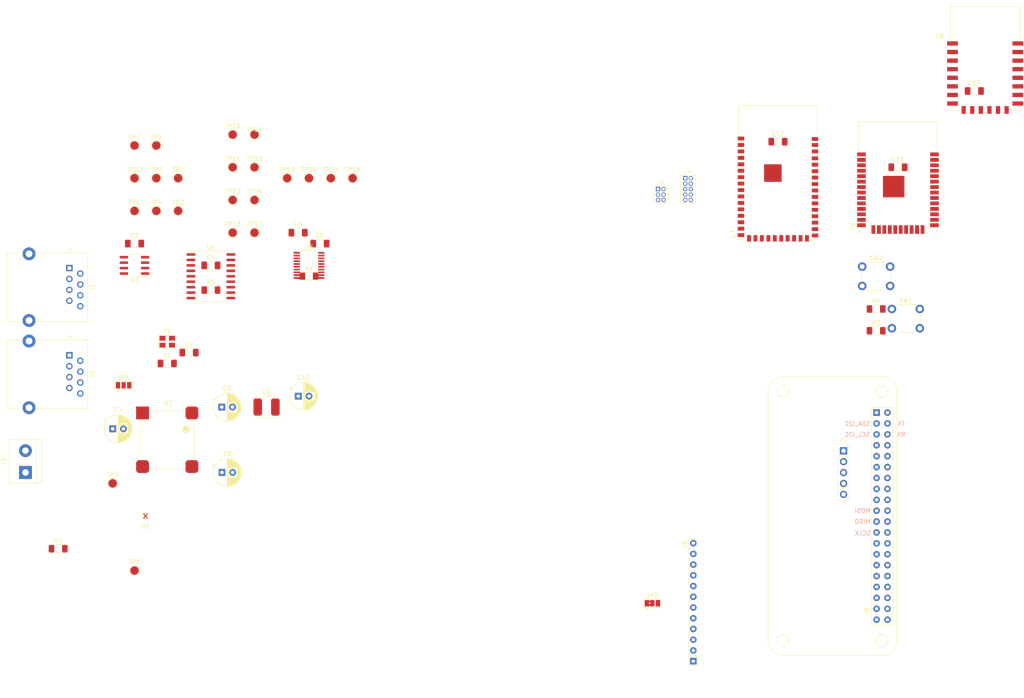
<source format=kicad_pcb>
(kicad_pcb (version 20211014) (generator pcbnew)
  (layers (0 "F.Cu" signal) (31 "B.Cu" signal) (34 "B.Paste" user) (35 "F.Paste" user) (36 "B.SilkS" user "B.Silkscreen") (37 "F.SilkS" user "F.Silkscreen") (38 "B.Mask" user) (39 "F.Mask" user) (44 "Edge.Cuts" user))
  (net 0 "")
  (net 1 "GND")
  (net 2 "Net-(C1-Pad2)")
  (net 3 "Net-(C2-Pad1)")
  (net 4 "+5V")
  (net 5 "+3V3")
  (net 6 "Net-(C7-Pad1)")
  (net 7 "Net-(C9-Pad1)")
  (net 8 "/12v_ACC")
  (net 9 "/12v_BAT")
  (net 10 "/CAN_L")
  (net 11 "/CAN_H")
  (net 12 "/12V_IN")
  (net 13 "/ESP_JTAG_VCC")
  (net 14 "/ESP_JTAG_TMS_G14")
  (net 15 "/ESP_JTAG_GND")
  (net 16 "/ESP_JTAG_TCK_G13")
  (net 17 "/ESP_JTAG_TDO_G15")
  (net 18 "/ESP_JTAG_TDI_G12")
  (net 20 "/ESP_PROG_EN")
  (net 21 "/ESP_PROG_VDD")
  (net 22 "/ESP_PROG_TXD")
  (net 23 "/ESP_PROG_GND")
  (net 24 "/ESP_PROG_RXD")
  (net 25 "/ESP_FLASH_BTN")
  (net 26 "/SIM7000_PWR_EN")
  (net 27 "/SIM7000_POWER")
  (net 28 "/SIM7000_GNS_PWR_EN")
  (net 29 "/SIM7000_RXD")
  (net 30 "/SIM7000_V_MCU")
  (net 31 "/SIM7000_TXD")
  (net 32 "/SIM7000_DTR")
  (net 33 "/SIM7000_ADC")
  (net 34 "/SIM7000_RESET")
  (net 35 "Net-(R1-Pad2)")
  (net 36 "Net-(R2-Pad2)")
  (net 37 "Net-(R5-Pad2)")
  (net 38 "Net-(TP1-Pad1)")
  (net 39 "Net-(TP2-Pad1)")
  (net 40 "Net-(TP3-Pad1)")
  (net 41 "Net-(TP4-Pad1)")
  (net 42 "Net-(TP5-Pad1)")
  (net 43 "Net-(TP6-Pad1)")
  (net 44 "Net-(TP9-Pad1)")
  (net 45 "Net-(TP10-Pad1)")
  (net 46 "Net-(TP11-Pad1)")
  (net 47 "Net-(TP12-Pad1)")
  (net 48 "Net-(TP13-Pad1)")
  (net 49 "Net-(TP14-Pad1)")
  (net 50 "Net-(TP15-Pad1)")
  (net 51 "Net-(TP16-Pad1)")
  (net 52 "Net-(TP17-Pad1)")
  (net 53 "/CAN_SPI_MOSI")
  (net 54 "/CAN_SPI_MISO")
  (net 55 "/CAN_SPI_CS")
  (net 56 "/CAN_SPI_SCK")
  (net 57 "Net-(TP22-Pad1)")
  (net 58 "Net-(U3-Pad1)")
  (net 59 "Net-(U3-Pad4)")
  (net 62 "/CAN_SPI_SCK_3v3")
  (net 63 "/CAN_SPI_CS_3v3")
  (net 64 "/CAN_SPI_MISO_3v3")
  (net 65 "/CAN_SPI_MOSI_3v3")
  (net 110 "Net-(J7-Pad1)")
  (net 111 "Net-(J7-Pad2)")
  (net 112 "Net-(J7-Pad3)")
  (net 113 "Net-(J7-Pad4)")
  (net 114 "Net-(J7-Pad5)")
  (footprint "Button_Switch_THT:SW_PUSH_6mm" (layer "F.Cu") (at 258.37 56.17)
    (fp_text reference "SW2" (at 3.25 -2) (layer "F.SilkS"))
    (fp_text value "ESP_FLASH_BTN")
    (pad "1" thru_hole circle (at 0 0 90) (size 2 2) (drill 1.1) (layers *.Cu *.Mask) (net 1 "GND"))
    (pad "1" thru_hole circle (at 6.5 0 90) (size 2 2) (drill 1.1) (layers *.Cu *.Mask) (net 1 "GND"))
    (pad "2" thru_hole circle (at 6.5 4.5 90) (size 2 2) (drill 1.1) (layers *.Cu *.Mask) (net 25 "/ESP_FLASH_BTN"))
    (pad "2" thru_hole circle (at 0 4.5 90) (size 2 2) (drill 1.1) (layers *.Cu *.Mask) (net 25 "/ESP_FLASH_BTN"))
  )
  (footprint "Connector_RJ:RJ45_Ninigi_GE" (layer "F.Cu") (at 73.735 56.515 -90)
    (fp_text reference "J1" (at 4.445 -5.34 90) (layer "F.SilkS"))
    (fp_text value "RJ45_Shielded")
    (pad "" np_thru_hole circle (at -1.27 6.35 270) (size 3.25 3.25) (drill 3.25) (layers *.Cu *.Mask))
    (pad "" np_thru_hole circle (at 10.16 6.35 90) (size 3.25 3.25) (drill 3.25) (layers *.Cu *.Mask))
    (pad "1" thru_hole rect (at 0 0 90) (size 1.5 1.5) (drill 0.9) (layers *.Cu *.Mask) (net 8 "/12v_ACC"))
    (pad "2" thru_hole circle (at 1.27 -2.54 90) (size 1.5 1.5) (drill 0.9) (layers *.Cu *.Mask) (net 9 "/12v_BAT"))
    (pad "3" thru_hole circle (at 2.54 0 90) (size 1.5 1.5) (drill 0.9) (layers *.Cu *.Mask) (net 1 "GND"))
    (pad "4" thru_hole circle (at 3.81 -2.54 90) (size 1.5 1.5) (drill 0.9) (layers *.Cu *.Mask) (net 10 "/CAN_L"))
    (pad "5" thru_hole circle (at 5.08 0 90) (size 1.5 1.5) (drill 0.9) (layers *.Cu *.Mask) (net 11 "/CAN_H"))
    (pad "6" thru_hole circle (at 6.35 -2.54 90) (size 1.5 1.5) (drill 0.9) (layers *.Cu *.Mask) (net 1 "GND"))
    (pad "7" thru_hole circle (at 7.62 0 90) (size 1.5 1.5) (drill 0.9) (layers *.Cu *.Mask) (net 9 "/12v_BAT"))
    (pad "8" thru_hole circle (at 8.89 -2.54 90) (size 1.5 1.5) (drill 0.9) (layers *.Cu *.Mask) (net 8 "/12v_ACC"))
    (pad "SH" thru_hole circle (at 12.215 9.4 90) (size 3 3) (drill 1.6) (layers *.Cu *.Mask) (net 1 "GND"))
    (pad "SH" thru_hole circle (at -3.325 9.4 270) (size 3 3) (drill 1.6) (layers *.Cu *.Mask) (net 1 "GND"))
  )
  (footprint "Capacitor_THT:CP_Radial_D6.3mm_P2.50mm" (layer "F.Cu") (at 109.22 88.9)
    (fp_text reference "C9" (at 1.25 -4.4) (layer "F.SilkS"))
    (fp_text value "22uF 12v")
    (pad "1" thru_hole rect (at 0 0) (size 1.6 1.6) (drill 0.8) (layers *.Cu *.Mask) (net 7 "Net-(C9-Pad1)"))
    (pad "2" thru_hole circle (at 2.5 0) (size 1.6 1.6) (drill 0.8) (layers *.Cu *.Mask) (net 1 "GND"))
  )
  (footprint "TestPoint:TestPoint_Pad_D2.0mm" (layer "F.Cu") (at 111.76 40.64)
    (fp_text reference "TP12" (at 0 -1.998) (layer "F.SilkS"))
    (fp_text value "5v_C")
    (pad "1" smd circle (at 0 0) (size 2 2) (layers "F.Cu" "F.Mask") (net 47 "Net-(TP12-Pad1)"))
  )
  (footprint "TestPoint:TestPoint_Pad_D2.0mm" (layer "F.Cu") (at 129.54 35.56)
    (fp_text reference "TP20" (at 0 -1.998) (layer "F.SilkS"))
    (fp_text value "CS")
    (pad "1" smd circle (at 0 0) (size 2 2) (layers "F.Cu" "F.Mask") (net 55 "/CAN_SPI_CS"))
  )
  (footprint "Package_SO:TSSOP-20_4.4x6.5mm_P0.65mm" (layer "F.Cu") (at 129.54 55.88)
    (fp_text reference "U5" (at 0 -4.2) (layer "F.SilkS"))
    (fp_text value "TXS0108EPW")
    (pad "1" smd roundrect (at -2.8625 -2.925) (size 1.475 0.4) (layers "F.Cu" "F.Paste" "F.Mask") (net 45 "Net-(TP10-Pad1)"))
    (pad "2" smd roundrect (at -2.8625 -2.275) (size 1.475 0.4) (layers "F.Cu" "F.Paste" "F.Mask") (net 5 "+3V3"))
    (pad "3" smd roundrect (at -2.8625 -1.625) (size 1.475 0.4) (layers "F.Cu" "F.Paste" "F.Mask") (net 46 "Net-(TP11-Pad1)"))
    (pad "4" smd roundrect (at -2.8625 -0.975) (size 1.475 0.4) (layers "F.Cu" "F.Paste" "F.Mask") (net 47 "Net-(TP12-Pad1)"))
    (pad "5" smd roundrect (at -2.8625 -0.325) (size 1.475 0.4) (layers "F.Cu" "F.Paste" "F.Mask") (net 48 "Net-(TP13-Pad1)"))
    (pad "6" smd roundrect (at -2.8625 0.325) (size 1.475 0.4) (layers "F.Cu" "F.Paste" "F.Mask") (net 53 "/CAN_SPI_MOSI"))
    (pad "7" smd roundrect (at -2.8625 0.975) (size 1.475 0.4) (layers "F.Cu" "F.Paste" "F.Mask") (net 54 "/CAN_SPI_MISO"))
    (pad "8" smd roundrect (at -2.8625 1.625) (size 1.475 0.4) (layers "F.Cu" "F.Paste" "F.Mask") (net 55 "/CAN_SPI_CS"))
    (pad "9" smd roundrect (at -2.8625 2.275) (size 1.475 0.4) (layers "F.Cu" "F.Paste" "F.Mask") (net 56 "/CAN_SPI_SCK"))
    (pad "10" smd roundrect (at -2.8625 2.925) (size 1.475 0.4) (layers "F.Cu" "F.Paste" "F.Mask") (net 35 "Net-(R1-Pad2)"))
    (pad "11" smd roundrect (at 2.8625 2.925) (size 1.475 0.4) (layers "F.Cu" "F.Paste" "F.Mask") (net 1 "GND"))
    (pad "12" smd roundrect (at 2.8625 2.275) (size 1.475 0.4) (layers "F.Cu" "F.Paste" "F.Mask") (net 62 "/CAN_SPI_SCK_3v3"))
    (pad "13" smd roundrect (at 2.8625 1.625) (size 1.475 0.4) (layers "F.Cu" "F.Paste" "F.Mask") (net 63 "/CAN_SPI_CS_3v3"))
    (pad "14" smd roundrect (at 2.8625 0.975) (size 1.475 0.4) (layers "F.Cu" "F.Paste" "F.Mask") (net 64 "/CAN_SPI_MISO_3v3"))
    (pad "15" smd roundrect (at 2.8625 0.325) (size 1.475 0.4) (layers "F.Cu" "F.Paste" "F.Mask") (net 65 "/CAN_SPI_MOSI_3v3"))
    (pad "16" smd roundrect (at 2.8625 -0.325) (size 1.475 0.4) (layers "F.Cu" "F.Paste" "F.Mask") (net 52 "Net-(TP17-Pad1)"))
    (pad "17" smd roundrect (at 2.8625 -0.975) (size 1.475 0.4) (layers "F.Cu" "F.Paste" "F.Mask") (net 51 "Net-(TP16-Pad1)"))
    (pad "18" smd roundrect (at 2.8625 -1.625) (size 1.475 0.4) (layers "F.Cu" "F.Paste" "F.Mask") (net 50 "Net-(TP15-Pad1)"))
    (pad "19" smd roundrect (at 2.8625 -2.275) (size 1.475 0.4) (layers "F.Cu" "F.Paste" "F.Mask") (net 4 "+5V"))
    (pad "20" smd roundrect (at 2.8625 -2.925) (size 1.475 0.4) (layers "F.Cu" "F.Paste" "F.Mask") (net 49 "Net-(TP14-Pad1)"))
  )
  (footprint "TestPoint:TestPoint_Pad_D2.0mm" (layer "F.Cu") (at 83.82 106.68)
    (fp_text reference "TP9" (at 0 -1.998) (layer "F.SilkS"))
    (fp_text value "5V_EN")
    (pad "1" smd circle (at 0 0) (size 2 2) (layers "F.Cu" "F.Mask") (net 44 "Net-(TP9-Pad1)"))
  )
  (footprint "random:SDEI054T" (layer "F.Cu") (at 119.6498 88.9)
    (fp_text reference "L1" (at 0 -3.556 unlocked) (layer "F.SilkS"))
    (fp_text value "47uH")
    (pad "1" smd roundrect (at -2.05 0) (size 2 4) (layers "F.Cu" "F.Paste" "F.Mask") (net 7 "Net-(C9-Pad1)"))
    (pad "2" smd roundrect (at 2.05 0) (size 2 4) (layers "F.Cu" "F.Paste" "F.Mask") (net 4 "+5V"))
  )
  (footprint "Package_DFN_QFN:OnSemi_XDFN4-1EP_1.0x1.0mm_EP0.52x0.52mm" (layer "F.Cu") (at 91.44 114.3)
    (fp_text reference "U1" (at 0.04 2.38) (layer "F.SilkS"))
    (fp_text value "NCP167BMX330TBG")
    (pad "1" smd custom (at -0.325 -0.485 180) (size 0.26 0.23) (layers "F.Cu" "F.Paste" "F.Mask") (net 5 "+3V3") (options (clearance outline) (anchor rect)) (primitives (gr_poly (pts (xy 0.13 -0.115) (xy -0.13 -0.115) (xy 0.02 -0.275) (xy 0.13 -0.275)) (width 0) (fill yes))))
    (pad "2" smd custom (at 0.325 -0.485 180) (size 0.26 0.23) (layers "F.Cu" "F.Paste" "F.Mask") (net 1 "GND") (options (clearance outline) (anchor rect)) (primitives (gr_poly (pts (xy 0.13 -0.115) (xy -0.13 -0.115) (xy -0.13 -0.275) (xy -0.02 -0.275)) (width 0) (fill yes))))
    (pad "3" smd custom (at 0.325 0.485) (size 0.26 0.23) (layers "F.Cu" "F.Paste" "F.Mask") (net 36 "Net-(R2-Pad2)") (options (clearance outline) (anchor rect)) (primitives (gr_poly (pts (xy 0.13 -0.115) (xy -0.13 -0.115) (xy 0.02 -0.275) (xy 0.13 -0.275)) (width 0) (fill yes))))
    (pad "4" smd custom (at -0.325 0.485) (size 0.26 0.23) (layers "F.Cu" "F.Paste" "F.Mask") (net 4 "+5V") (options (clearance outline) (anchor rect)) (primitives (gr_poly (pts (xy 0.13 -0.115) (xy -0.13 -0.115) (xy -0.13 -0.275) (xy -0.02 -0.275)) (width 0) (fill yes))))
    (pad "5" smd rect (at 0 0 45) (size 0.52 0.52) (layers "F.Cu" "F.Paste" "F.Mask") (net 1 "GND"))
  )
  (footprint "TestPoint:TestPoint_Pad_D2.0mm" (layer "F.Cu") (at 88.9 43.18)
    (fp_text reference "TP6" (at 0 -1.998) (layer "F.SilkS"))
    (fp_text value "TX2")
    (pad "1" smd circle (at 0 0) (size 2 2) (layers "F.Cu" "F.Mask") (net 43 "Net-(TP6-Pad1)"))
  )
  (footprint "TestPoint:TestPoint_Pad_D2.0mm" (layer "F.Cu") (at 99.06 35.56)
    (fp_text reference "TP1" (at 0 -1.998) (layer "F.SilkS"))
    (fp_text value "INT")
    (pad "1" smd circle (at 0 0) (size 2 2) (layers "F.Cu" "F.Mask") (net 38 "Net-(TP1-Pad1)"))
  )
  (footprint "TestPoint:TestPoint_Pad_D2.0mm" (layer "F.Cu") (at 111.76 33.02)
    (fp_text reference "TP11" (at 0 -1.998) (layer "F.SilkS"))
    (fp_text value "5v_B")
    (pad "1" smd circle (at 0 0) (size 2 2) (layers "F.Cu" "F.Mask") (net 46 "Net-(TP11-Pad1)"))
  )
  (footprint "RF_Module:ESP32-WROOM-32" (layer "F.Cu") (at 266.7 38.27)
    (fp_text reference "U6" (at -10.61 8.43 90) (layer "F.SilkS"))
    (fp_text value "ESP32-WROOM-32")
    (pad "1" smd rect (at -8.5 -8.255) (size 2 0.9) (layers "F.Cu" "F.Paste" "F.Mask") (net 1 "GND"))
    (pad "2" smd rect (at -8.5 -6.985) (size 2 0.9) (layers "F.Cu" "F.Paste" "F.Mask") (net 5 "+3V3"))
    (pad "3" smd rect (at -8.5 -5.715) (size 2 0.9) (layers "F.Cu" "F.Paste" "F.Mask") (net 20 "/ESP_PROG_EN"))
    (pad "4" smd rect (at -8.5 -4.445) (size 2 0.9) (layers "F.Cu" "F.Paste" "F.Mask"))
    (pad "5" smd rect (at -8.5 -3.175) (size 2 0.9) (layers "F.Cu" "F.Paste" "F.Mask"))
    (pad "6" smd rect (at -8.5 -1.905) (size 2 0.9) (layers "F.Cu" "F.Paste" "F.Mask"))
    (pad "7" smd rect (at -8.5 -0.635) (size 2 0.9) (layers "F.Cu" "F.Paste" "F.Mask"))
    (pad "8" smd rect (at -8.5 0.635) (size 2 0.9) (layers "F.Cu" "F.Paste" "F.Mask"))
    (pad "9" smd rect (at -8.5 1.905) (size 2 0.9) (layers "F.Cu" "F.Paste" "F.Mask") (net 65 "/CAN_SPI_MOSI_3v3"))
    (pad "10" smd rect (at -8.5 3.175) (size 2 0.9) (layers "F.Cu" "F.Paste" "F.Mask"))
    (pad "11" smd rect (at -8.5 4.445) (size 2 0.9) (layers "F.Cu" "F.Paste" "F.Mask") (net 31 "/SIM7000_TXD"))
    (pad "12" smd rect (at -8.5 5.715) (size 2 0.9) (layers "F.Cu" "F.Paste" "F.Mask") (net 29 "/SIM7000_RXD"))
    (pad "13" smd rect (at -8.5 6.985) (size 2 0.9) (layers "F.Cu" "F.Paste" "F.Mask") (net 14 "/ESP_JTAG_TMS_G14"))
    (pad "14" smd rect (at -8.5 8.255) (size 2 0.9) (layers "F.Cu" "F.Paste" "F.Mask") (net 18 "/ESP_JTAG_TDI_G12"))
    (pad "15" smd rect (at -5.715 9.255 90) (size 2 0.9) (layers "F.Cu" "F.Paste" "F.Mask") (net 1 "GND"))
    (pad "16" smd rect (at -4.445 9.255 90) (size 2 0.9) (layers "F.Cu" "F.Paste" "F.Mask") (net 16 "/ESP_JTAG_TCK_G13"))
    (pad "17" smd rect (at -3.175 9.255 90) (size 2 0.9) (layers "F.Cu" "F.Paste" "F.Mask"))
    (pad "18" smd rect (at -1.905 9.255 90) (size 2 0.9) (layers "F.Cu" "F.Paste" "F.Mask"))
    (pad "19" smd rect (at -0.635 9.255 90) (size 2 0.9) (layers "F.Cu" "F.Paste" "F.Mask"))
    (pad "20" smd rect (at 0.635 9.255 90) (size 2 0.9) (layers "F.Cu" "F.Paste" "F.Mask"))
    (pad "21" smd rect (at 1.905 9.255 90) (size 2 0.9) (layers "F.Cu" "F.Paste" "F.Mask"))
    (pad "22" smd rect (at 3.175 9.255 90) (size 2 0.9) (layers "F.Cu" "F.Paste" "F.Mask"))
    (pad "23" smd rect (at 4.445 9.255 90) (size 2 0.9) (layers "F.Cu" "F.Paste" "F.Mask") (net 17 "/ESP_JTAG_TDO_G15"))
    (pad "24" smd rect (at 5.715 9.255 90) (size 2 0.9) (layers "F.Cu" "F.Paste" "F.Mask"))
    (pad "25" smd rect (at 8.5 8.255) (size 2 0.9) (layers "F.Cu" "F.Paste" "F.Mask") (net 25 "/ESP_FLASH_BTN"))
    (pad "26" smd rect (at 8.5 6.985) (size 2 0.9) (layers "F.Cu" "F.Paste" "F.Mask") (net 26 "/SIM7000_PWR_EN"))
    (pad "27" smd rect (at 8.5 5.715) (size 2 0.9) (layers "F.Cu" "F.Paste" "F.Mask") (net 28 "/SIM7000_GNS_PWR_EN"))
    (pad "28" smd rect (at 8.5 4.445) (size 2 0.9) (layers "F.Cu" "F.Paste" "F.Mask") (net 32 "/SIM7000_DTR"))
    (pad "29" smd rect (at 8.5 3.175) (size 2 0.9) (layers "F.Cu" "F.Paste" "F.Mask") (net 62 "/CAN_SPI_SCK_3v3"))
    (pad "30" smd rect (at 8.5 1.905) (size 2 0.9) (layers "F.Cu" "F.Paste" "F.Mask") (net 63 "/CAN_SPI_CS_3v3"))
    (pad "31" smd rect (at 8.5 0.635) (size 2 0.9) (layers "F.Cu" "F.Paste" "F.Mask") (net 64 "/CAN_SPI_MISO_3v3"))
    (pad "32" smd rect (at 8.5 -0.635) (size 2 0.9) (layers "F.Cu" "F.Paste" "F.Mask"))
    (pad "33" smd rect (at 8.5 -1.905) (size 2 0.9) (layers "F.Cu" "F.Paste" "F.Mask") (net 34 "/SIM7000_RESET"))
    (pad "34" smd rect (at 8.5 -3.175) (size 2 0.9) (layers "F.Cu" "F.Paste" "F.Mask") (net 22 "/ESP_PROG_TXD"))
    (pad "35" smd rect (at 8.5 -4.445) (size 2 0.9) (layers "F.Cu" "F.Paste" "F.Mask") (net 24 "/ESP_PROG_RXD"))
    (pad "36" smd rect (at 8.5 -5.715) (size 2 0.9) (layers "F.Cu" "F.Paste" "F.Mask"))
    (pad "37" smd rect (at 8.5 -6.985) (size 2 0.9) (layers "F.Cu" "F.Paste" "F.Mask"))
    (pad "38" smd rect (at 8.5 -8.255) (size 2 0.9) (layers "F.Cu" "F.Paste" "F.Mask") (net 1 "GND"))
    (pad "39" smd rect (at -1 -0.755) (size 5 5) (layers "F.Cu" "F.Paste" "F.Mask") (net 1 "GND"))
  )
  (footprint "random:amsrol_78XXnz" (layer "F.Cu") (at 90.27 89.77)
    (fp_text reference "U2" (at 6.477 -1.778 unlocked) (layer "F.SilkS"))
    (fp_text value "AMSROL-7805NZ")
    (pad "1" smd rect (at 0.5 0.5) (size 3 3) (layers "F.Cu" "F.Paste" "F.Mask") (net 6 "Net-(C7-Pad1)"))
    (pad "2" smd roundrect (at 12 0.5) (size 3 3) (layers "F.Cu" "F.Paste" "F.Mask") (net 1 "GND"))
    (pad "3" smd roundrect (at 12 13) (size 3 3) (layers "F.Cu" "F.Paste" "F.Mask") (net 7 "Net-(C9-Pad1)"))
    (pad "4" smd roundrect (at 0.5 13) (size 3 3) (layers "F.Cu" "F.Paste" "F.Mask") (net 44 "Net-(TP9-Pad1)"))
  )
  (footprint "Capacitor_SMD:C_1206_3216Metric_Pad1.33x1.80mm_HandSolder" (layer "F.Cu") (at 132.08 50.8)
    (fp_text reference "C6" (at 0 -1.85) (layer "F.SilkS"))
    (fp_text value "100nF")
    (pad "1" smd roundrect (at -1.5625 0) (size 1.325 1.8) (layers "F.Cu" "F.Paste" "F.Mask") (roundrect_rratio 0.188679) (net 4 "+5V"))
    (pad "2" smd roundrect (at 1.5625 0) (size 1.325 1.8) (layers "F.Cu" "F.Paste" "F.Mask") (roundrect_rratio 0.188679) (net 1 "GND"))
  )
  (footprint "Resistor_SMD:R_1206_3216Metric_Pad1.30x1.75mm_HandSolder" (layer "F.Cu") (at 71.12 121.92)
    (fp_text reference "R2" (at 0 -1.82) (layer "F.SilkS"))
    (fp_text value "10k")
    (pad "1" smd roundrect (at -1.55 0) (size 1.3 1.75) (layers "F.Cu" "F.Paste" "F.Mask") (roundrect_rratio 0.192308) (net 4 "+5V"))
    (pad "2" smd roundrect (at 1.55 0) (size 1.3 1.75) (layers "F.Cu" "F.Paste" "F.Mask") (roundrect_rratio 0.192308) (net 36 "Net-(R2-Pad2)"))
  )
  (footprint "Jumper:SolderJumper-3_P1.3mm_Open_Pad1.0x1.5mm" (layer "F.Cu") (at 86.36 83.82)
    (fp_text reference "JP1" (at 0 -1.8) (layer "F.SilkS"))
    (fp_text value "Source Select")
    (pad "1" smd rect (at -1.3 0) (size 1 1.5) (layers "F.Cu" "F.Mask") (net 9 "/12v_BAT"))
    (pad "2" smd rect (at 0 0) (size 1 1.5) (layers "F.Cu" "F.Mask") (net 6 "Net-(C7-Pad1)"))
    (pad "3" smd rect (at 1.3 0) (size 1 1.5) (layers "F.Cu" "F.Mask") (net 8 "/12v_ACC"))
  )
  (footprint "Resistor_SMD:R_1206_3216Metric_Pad1.30x1.75mm_HandSolder" (layer "F.Cu") (at 106.68 61.6394)
    (fp_text reference "R5" (at 0 -1.82) (layer "F.SilkS"))
    (fp_text value "10k")
    (pad "1" smd roundrect (at -1.55 0) (size 1.3 1.75) (layers "F.Cu" "F.Paste" "F.Mask") (roundrect_rratio 0.192308) (net 5 "+3V3"))
    (pad "2" smd roundrect (at 1.55 0) (size 1.3 1.75) (layers "F.Cu" "F.Paste" "F.Mask") (roundrect_rratio 0.192308) (net 37 "Net-(R5-Pad2)"))
  )
  (footprint "TestPoint:TestPoint_Pad_D2.0mm" (layer "F.Cu") (at 111.76 25.4)
    (fp_text reference "TP10" (at 0 -1.998) (layer "F.SilkS"))
    (fp_text value "5v_A")
    (pad "1" smd circle (at 0 0) (size 2 2) (layers "F.Cu" "F.Mask") (net 45 "Net-(TP10-Pad1)"))
  )
  (footprint "Capacitor_SMD:C_1206_3216Metric_Pad1.33x1.80mm_HandSolder" (layer "F.Cu") (at 238.76 27.05)
    (fp_text reference "C12" (at 0 -1.85) (layer "F.SilkS"))
    (fp_text value "100nF")
    (pad "1" smd roundrect (at -1.5625 0) (size 1.325 1.8) (layers "F.Cu" "F.Paste" "F.Mask") (roundrect_rratio 0.188679) (net 5 "+3V3"))
    (pad "2" smd roundrect (at 1.5625 0) (size 1.325 1.8) (layers "F.Cu" "F.Paste" "F.Mask") (roundrect_rratio 0.188679) (net 1 "GND"))
  )
  (footprint "Connector_RJ:RJ45_Ninigi_GE" (layer "F.Cu") (at 73.735 76.835 -90)
    (fp_text reference "J2" (at 4.445 -5.34 90) (layer "F.SilkS"))
    (fp_text value "RJ45_Shielded")
    (pad "" np_thru_hole circle (at -1.27 6.35 270) (size 3.25 3.25) (drill 3.25) (layers *.Cu *.Mask))
    (pad "" np_thru_hole circle (at 10.16 6.35 90) (size 3.25 3.25) (drill 3.25) (layers *.Cu *.Mask))
    (pad "1" thru_hole rect (at 0 0 90) (size 1.5 1.5) (drill 0.9) (layers *.Cu *.Mask) (net 8 "/12v_ACC"))
    (pad "2" thru_hole circle (at 1.27 -2.54 90) (size 1.5 1.5) (drill 0.9) (layers *.Cu *.Mask) (net 9 "/12v_BAT"))
    (pad "3" thru_hole circle (at 2.54 0 90) (size 1.5 1.5) (drill 0.9) (layers *.Cu *.Mask) (net 1 "GND"))
    (pad "4" thru_hole circle (at 3.81 -2.54 90) (size 1.5 1.5) (drill 0.9) (layers *.Cu *.Mask) (net 10 "/CAN_L"))
    (pad "5" thru_hole circle (at 5.08 0 90) (size 1.5 1.5) (drill 0.9) (layers *.Cu *.Mask) (net 11 "/CAN_H"))
    (pad "6" thru_hole circle (at 6.35 -2.54 90) (size 1.5 1.5) (drill 0.9) (layers *.Cu *.Mask) (net 1 "GND"))
    (pad "7" thru_hole circle (at 7.62 0 90) (size 1.5 1.5) (drill 0.9) (layers *.Cu *.Mask) (net 9 "/12v_BAT"))
    (pad "8" thru_hole circle (at 8.89 -2.54 90) (size 1.5 1.5) (drill 0.9) (layers *.Cu *.Mask) (net 8 "/12v_ACC"))
    (pad "SH" thru_hole circle (at 12.215 9.4 90) (size 3 3) (drill 1.6) (layers *.Cu *.Mask) (net 1 "GND"))
    (pad "SH" thru_hole circle (at -3.325 9.4 270) (size 3 3) (drill 1.6) (layers *.Cu *.Mask) (net 1 "GND"))
  )
  (footprint "random:RASPI_ZERO(W)" (layer "F.Cu") (at 251.46 114.3)
    (fp_text reference "J8" (at 8 22.25 90 unlocked) (layer "F.SilkS"))
    (fp_text value "RASPI_ZERO")
    (fp_text user "SCLK" (at 7 4 unlocked) (layer "B.SilkS") (effects (justify mirror)))
    (fp_text user "MOSI" (at 7 -1.25 unlocked) (layer "B.SilkS") (effects (justify mirror)))
    (fp_text user "TX" (at 16 -21.5 unlocked) (layer "B.SilkS") (effects (justify mirror)))
    (fp_text user "MISO" (at 7 1.25 unlocked) (layer "B.SilkS") (effects (justify mirror)))
    (fp_text user "RX" (at 16 -19 unlocked) (layer "B.SilkS") (effects (justify mirror)))
    (fp_text user "SDA_I2C" (at 5.75 -21.5 unlocked) (layer "B.SilkS") (effects (justify mirror)))
    (fp_text user "SCL_I2C" (at 5.75 -19 unlocked) (layer "B.SilkS") (effects (justify mirror)))
    (pad "1" thru_hole rect (at 10.26 -24.11) (size 1.524 1.524) (drill 0.762) (layers *.Cu *.Mask))
    (pad "2" thru_hole circle (at 12.8 -24.11) (size 1.524 1.524) (drill 0.762) (layers *.Cu *.Mask) (net 4 "+5V"))
    (pad "3" thru_hole circle (at 10.26 -21.57) (size 1.524 1.524) (drill 0.762) (layers *.Cu *.Mask) (net 110 "Net-(J7-Pad1)"))
    (pad "4" thru_hole circle (at 12.8 -21.57) (size 1.524 1.524) (drill 0.762) (layers *.Cu *.Mask) (net 4 "+5V"))
    (pad "5" thru_hole circle (at 10.26 -19.03) (size 1.524 1.524) (drill 0.762) (layers *.Cu *.Mask) (net 111 "Net-(J7-Pad2)"))
    (pad "6" thru_hole circle (at 12.8 -19.03) (size 1.524 1.524) (drill 0.762) (layers *.Cu *.Mask) (net 1 "GND"))
    (pad "7" thru_hole circle (at 10.26 -16.49) (size 1.524 1.524) (drill 0.762) (layers *.Cu *.Mask))
    (pad "8" thru_hole circle (at 12.8 -16.49) (size 1.524 1.524) (drill 0.762) (layers *.Cu *.Mask) (net 22 "/ESP_PROG_TXD"))
    (pad "9" thru_hole circle (at 10.26 -13.95) (size 1.524 1.524) (drill 0.762) (layers *.Cu *.Mask) (net 1 "GND"))
    (pad "10" thru_hole circle (at 12.8 -13.95) (size 1.524 1.524) (drill 0.762) (layers *.Cu *.Mask) (net 24 "/ESP_PROG_RXD"))
    (pad "11" thru_hole circle (at 10.26 -11.41) (size 1.524 1.524) (drill 0.762) (layers *.Cu *.Mask))
    (pad "12" thru_hole circle (at 12.8 -11.41) (size 1.524 1.524) (drill 0.762) (layers *.Cu *.Mask))
    (pad "13" thru_hole circle (at 10.26 -8.87) (size 1.524 1.524) (drill 0.762) (layers *.Cu *.Mask))
    (pad "14" thru_hole circle (at 12.8 -8.87) (size 1.524 1.524) (drill 0.762) (layers *.Cu *.Mask) (net 1 "GND"))
    (pad "15" thru_hole circle (at 10.26 -6.33) (size 1.524 1.524) (drill 0.762) (layers *.Cu *.Mask))
    (pad "16" thru_hole circle (at 12.8 -6.33) (size 1.524 1.524) (drill 0.762) (layers *.Cu *.Mask))
    (pad "17" thru_hole circle (at 10.26 -3.79) (size 1.524 1.524) (drill 0.762) (layers *.Cu *.Mask))
    (pad "18" thru_hole circle (at 12.8 -3.79) (size 1.524 1.524) (drill 0.762) (layers *.Cu *.Mask))
    (pad "19" thru_hole circle (at 10.26 -1.25) (size 1.524 1.524) (drill 0.762) (layers *.Cu *.Mask) (net 112 "Net-(J7-Pad3)"))
    (pad "20" thru_hole circle (at 12.8 -1.25) (size 1.524 1.524) (drill 0.762) (layers *.Cu *.Mask) (net 1 "GND"))
    (pad "21" thru_hole circle (at 10.26 1.29) (size 1.524 1.524) (drill 0.762) (layers *.Cu *.Mask) (net 113 "Net-(J7-Pad4)"))
    (pad "22" thru_hole circle (at 12.8 1.29) (size 1.524 1.524) (drill 0.762) (layers *.Cu *.Mask))
    (pad "23" thru_hole circle (at 10.26 3.83) (size 1.524 1.524) (drill 0.762) (layers *.Cu *.Mask) (net 114 "Net-(J7-Pad5)"))
    (pad "24" thru_hole circle (at 12.8 3.83) (size 1.524 1.524) (drill 0.762) (layers *.Cu *.Mask))
    (pad "25" thru_hole circle (at 10.26 6.37) (size 1.524 1.524) (drill 0.762) (layers *.Cu *.Mask) (net 1 "GND"))
    (pad "26" thru_hole circle (at 12.8 6.37) (size 1.524 1.524) (drill 0.762) (layers *.Cu *.Mask))
    (pad "27" thru_hole circle (at 10.26 8.91) (size 1.524 1.524) (drill 0.762) (layers *.Cu *.Mask))
    (pad "28" thru_hole circle (at 12.8 8.91) (size 1.524 1.524) (drill 0.762) (layers *.Cu *.Mask))
    (pad "29" thru_hole circle (at 10.26 11.45) (size 1.524 1.524) (drill 0.762) (layers *.Cu *.Mask))
    (pad "30" thru_hole circle (at 12.8 11.45) (size 1.524 1.524) (drill 0.762) (layers *.Cu *.Mask) (net 1 "GND"))
    (pad "31" thru_hole circle (at 10.26 13.99) (size 1.524 1.524) (drill 0.762) (layers *.Cu *.Mask))
    (pad "32" thru_hole circle (at 12.8 13.99) (size 1.524 1.524) (drill 0.762) (layers *.Cu *.Mask))
    (pad "33" thru_hole circle (at 10.26 16.53) (size 1.524 1.524) (drill 0.762) (layers *.Cu *.Mask))
    (pad "34" thru_hole circle (at 12.8 16.53) (size 1.524 1.524) (drill 0.762) (layers *.Cu *.Mask) (net 1 "GND"))
    (pad "35" thru_hole circle (at 10.26 19.07) (size 1.524 1.524) (drill 0.762) (layers *.Cu *.Mask))
    (pad "36" thru_hole circle (at 12.8 19.07) (size 1.524 1.524) (drill 0.762) (layers *.Cu *.Mask))
    (pad "37" thru_hole circle (at 10.26 21.61) (size 1.524 1.524) (drill 0.762) (layers *.Cu *.Mask))
    (pad "38" thru_hole circle (at 12.8 21.61) (size 1.524 1.524) (drill 0.762) (layers *.Cu *.Mask))
    (pad "39" thru_hole circle (at 10.26 24.15) (size 1.524 1.524) (drill 0.762) (layers *.Cu *.Mask) (net 1 "GND"))
    (pad "40" thru_hole circle (at 12.8 24.15) (size 1.524 1.524) (drill 0.762) (layers *.Cu *.Mask))
  )
  (footprint "random:SIM7000_MODULE" (layer "F.Cu") (at 193.04 134.62)
    (fp_text reference "J6" (at 24 -13.75 90 unlocked) (layer "F.SilkS"))
    (fp_text value "SIM7000A header")
    (pad "1" thru_hole rect (at 26 13.5) (size 1.524 1.524) (drill 0.762) (layers *.Cu *.Mask) (net 26 "/SIM7000_PWR_EN"))
    (pad "2" thru_hole circle (at 26 11) (size 1.524 1.524) (drill 0.762) (layers *.Cu *.Mask) (net 27 "/SIM7000_POWER"))
    (pad "3" thru_hole circle (at 26 8.5) (size 1.524 1.524) (drill 0.762) (layers *.Cu *.Mask) (net 1 "GND"))
    (pad "4" thru_hole circle (at 26 6) (size 1.524 1.524) (drill 0.762) (layers *.Cu *.Mask) (net 28 "/SIM7000_GNS_PWR_EN"))
    (pad "5" thru_hole circle (at 26 3.5) (size 1.524 1.524) (drill 0.762) (layers *.Cu *.Mask) (net 1 "GND"))
    (pad "6" thru_hole circle (at 26 1) (size 1.524 1.524) (drill 0.762) (layers *.Cu *.Mask) (net 29 "/SIM7000_RXD"))
    (pad "7" thru_hole circle (at 26 -1.5) (size 1.524 1.524) (drill 0.762) (layers *.Cu *.Mask) (net 30 "/SIM7000_V_MCU"))
    (pad "8" thru_hole circle (at 26 -4) (size 1.524 1.524) (drill 0.762) (layers *.Cu *.Mask) (net 31 "/SIM7000_TXD"))
    (pad "9" thru_hole circle (at 26 -6.5) (size 1.524 1.524) (drill 0.762) (layers *.Cu *.Mask) (net 32 "/SIM7000_DTR"))
    (pad "10" thru_hole circle (at 26 -9) (size 1.524 1.524) (drill 0.762) (layers *.Cu *.Mask) (net 33 "/SIM7000_ADC"))
    (pad "11" thru_hole circle (at 26 -11.5) (size 1.524 1.524) (drill 0.762) (layers *.Cu *.Mask) (net 34 "/SIM7000_RESET"))
    (pad "12" thru_hole circle (at 26 -14) (size 1.524 1.524) (drill 0.762) (layers *.Cu *.Mask) (net 1 "GND"))
  )
  (footprint "TestPoint:TestPoint_Pad_D2.0mm" (layer "F.Cu") (at 88.9 35.56)
    (fp_text reference "TP22" (at 0 -1.998) (layer "F.SilkS"))
    (fp_text value "CLKOUT")
    (pad "1" smd circle (at 0 0) (size 2 2) (layers "F.Cu" "F.Mask") (net 57 "Net-(TP22-Pad1)"))
  )
  (footprint "TestPoint:TestPoint_Pad_D2.0mm" (layer "F.Cu") (at 116.84 33.02)
    (fp_text reference "TP15" (at 0 -1.998) (layer "F.SilkS"))
    (fp_text value "3v3_B")
    (pad "1" smd circle (at 0 0) (size 2 2) (layers "F.Cu" "F.Mask") (net 50 "Net-(TP15-Pad1)"))
  )
  (footprint "Package_SO:SOIC-18W_7.5x11.6mm_P1.27mm" (layer "F.Cu") (at 106.68 58.42)
    (fp_text reference "U4" (at 0 -6.72) (layer "F.SilkS"))
    (fp_text value "MCP2515-xSO")
    (pad "1" smd roundrect (at -4.65 -5.08) (size 2.05 0.6) (layers "F.Cu" "F.Paste" "F.Mask") (net 58 "Net-(U3-Pad1)"))
    (pad "2" smd roundrect (at -4.65 -3.81) (size 2.05 0.6) (layers "F.Cu" "F.Paste" "F.Mask") (net 59 "Net-(U3-Pad4)"))
    (pad "3" smd roundrect (at -4.65 -2.54) (size 2.05 0.6) (layers "F.Cu" "F.Paste" "F.Mask") (net 57 "Net-(TP22-Pad1)"))
    (pad "4" smd roundrect (at -4.65 -1.27) (size 2.05 0.6) (layers "F.Cu" "F.Paste" "F.Mask") (net 41 "Net-(TP4-Pad1)"))
    (pad "5" smd roundrect (at -4.65 0) (size 2.05 0.6) (layers "F.Cu" "F.Paste" "F.Mask") (net 42 "Net-(TP5-Pad1)"))
    (pad "6" smd roundrect (at -4.65 1.27) (size 2.05 0.6) (layers "F.Cu" "F.Paste" "F.Mask") (net 43 "Net-(TP6-Pad1)"))
    (pad "7" smd roundrect (at -4.65 2.54) (size 2.05 0.6) (layers "F.Cu" "F.Paste" "F.Mask") (net 2 "Net-(C1-Pad2)"))
    (pad "8" smd roundrect (at -4.65 3.81) (size 2.05 0.6) (layers "F.Cu" "F.Paste" "F.Mask") (net 3 "Net-(C2-Pad1)"))
    (pad "9" smd roundrect (at -4.65 5.08) (size 2.05 0.6) (layers "F.Cu" "F.Paste" "F.Mask") (net 1 "GND"))
    (pad "10" smd roundrect (at 4.65 5.08) (size 2.05 0.6) (layers "F.Cu" "F.Paste" "F.Mask") (net 40 "Net-(TP3-Pad1)"))
    (pad "11" smd roundrect (at 4.65 3.81) (size 2.05 0.6) (layers "F.Cu" "F.Paste" "F.Mask") (net 39 "Net-(TP2-Pad1)"))
    (pad "12" smd roundrect (at 4.65 2.54) (size 2.05 0.6) (layers "F.Cu" "F.Paste" "F.Mask") (net 38 "Net-(TP1-Pad1)"))
    (pad "13" smd roundrect (at 4.65 1.27) (size 2.05 0.6) (layers "F.Cu" "F.Paste" "F.Mask") (net 56 "/CAN_SPI_SCK"))
    (pad "14" smd roundrect (at 4.65 0) (size 2.05 0.6) (layers "F.Cu" "F.Paste" "F.Mask") (net 53 "/CAN_SPI_MOSI"))
    (pad "15" smd roundrect (at 4.65 -1.27) (size 2.05 0.6) (layers "F.Cu" "F.Paste" "F.Mask") (net 54 "/CAN_SPI_MISO"))
    (pad "16" smd roundrect (at 4.65 -2.54) (size 2.05 0.6) (layers "F.Cu" "F.Paste" "F.Mask") (net 55 "/CAN_SPI_CS"))
    (pad "17" smd roundrect (at 4.65 -3.81) (size 2.05 0.6) (layers "F.Cu" "F.Paste" "F.Mask") (net 37 "Net-(R5-Pad2)"))
    (pad "18" smd roundrect (at 4.65 -5.08) (size 2.05 0.6) (layers "F.Cu" "F.Paste" "F.Mask") (net 4 "+5V"))
  )
  (footprint "Capacitor_SMD:C_1206_3216Metric_Pad1.33x1.80mm_HandSolder" (layer "F.Cu") (at 101.6 76.2)
    (fp_text reference "C2" (at 0 -1.85) (layer "F.SilkS"))
    (fp_text value "15pF")
    (pad "1" smd roundrect (at -1.5625 0) (size 1.325 1.8) (layers "F.Cu" "F.Paste" "F.Mask") (roundrect_rratio 0.188679) (net 3 "Net-(C2-Pad1)"))
    (pad "2" smd roundrect (at 1.5625 0) (size 1.325 1.8) (layers "F.Cu" "F.Paste" "F.Mask") (roundrect_rratio 0.188679) (net 1 "GND"))
  )
  (footprint "TestPoint:TestPoint_Pad_D2.0mm" (layer "F.Cu") (at 93.98 43.18)
    (fp_text reference "TP4" (at 0 -1.998) (layer "F.SilkS"))
    (fp_text value "TX0")
    (pad "1" smd circle (at 0 0) (size 2 2) (layers "F.Cu" "F.Mask") (net 41 "Net-(TP4-Pad1)"))
  )
  (footprint "Resistor_SMD:R_1206_3216Metric_Pad1.30x1.75mm_HandSolder" (layer "F.Cu") (at 261.62 66.04)
    (fp_text reference "R4" (at 0 -1.82) (layer "F.SilkS"))
    (fp_text value "10k")
    (pad "1" smd roundrect (at -1.55 0) (size 1.3 1.75) (layers "F.Cu" "F.Paste" "F.Mask") (roundrect_rratio 0.192308) (net 5 "+3V3"))
    (pad "2" smd roundrect (at 1.55 0) (size 1.3 1.75) (layers "F.Cu" "F.Paste" "F.Mask") (roundrect_rratio 0.192308) (net 25 "/ESP_FLASH_BTN"))
  )
  (footprint "TestPoint:TestPoint_Pad_D2.0mm" (layer "F.Cu") (at 116.84 25.4)
    (fp_text reference "TP14" (at 0 -1.2) (layer "F.SilkS"))
    (fp_text value "3v3_A")
    (pad "1" smd circle (at 0 0) (size 2 2) (layers "F.Cu" "F.Mask") (net 49 "Net-(TP14-Pad1)"))
  )
  (footprint "random:RH100" (layer "F.Cu") (at 96.52 73.66)
    (fp_text reference "Y1" (at 0 -2.4 unlocked) (layer "F.SilkS"))
    (fp_text value "RH100")
    (pad "1" smd rect (at -1.1 0.8) (size 1.4 1.1) (layers "F.Cu" "F.Paste" "F.Mask") (net 3 "Net-(C2-Pad1)"))
    (pad "2" smd rect (at 1.1 0.8) (size 1.4 1.1) (layers "F.Cu" "F.Paste" "F.Mask") (net 1 "GND"))
    (pad "3" smd rect (at 1.1 -0.8) (size 1.4 1.1) (layers "F.Cu" "F.Paste" "F.Mask") (net 2 "Net-(C1-Pad2)"))
    (pad "4" smd rect (at -1.1 -0.8) (size 1.4 1.1) (layers "F.Cu" "F.Paste" "F.Mask") (net 1 "GND"))
  )
  (footprint "Capacitor_SMD:C_1206_3216Metric_Pad1.33x1.80mm_HandSolder" (layer "F.Cu") (at 96.52 78.74)
    (fp_text reference "C1" (at 0 -1.85) (layer "F.SilkS"))
    (fp_text value "15pF")
    (pad "1" smd roundrect (at -1.5625 0) (size 1.325 1.8) (layers "F.Cu" "F.Paste" "F.Mask") (roundrect_rratio 0.188679) (net 1 "GND"))
    (pad "2" smd roundrect (at 1.5625 0) (size 1.325 1.8) (layers "F.Cu" "F.Paste" "F.Mask") (roundrect_rratio 0.188679) (net 2 "Net-(C1-Pad2)"))
  )
  (footprint "Capacitor_SMD:C_1206_3216Metric_Pad1.33x1.80mm_HandSolder" (layer "F.Cu") (at 88.9 50.8)
    (fp_text reference "C3" (at 0 -1.85) (layer "F.SilkS"))
    (fp_text value "100nF")
    (pad "1" smd roundrect (at -1.5625 0) (size 1.325 1.8) (layers "F.Cu" "F.Paste" "F.Mask") (roundrect_rratio 0.188679) (net 4 "+5V"))
    (pad "2" smd roundrect (at 1.5625 0) (size 1.325 1.8) (layers "F.Cu" "F.Paste" "F.Mask") (roundrect_rratio 0.188679) (net 1 "GND"))
  )
  (footprint "Connector_PinHeader_1.27mm:PinHeader_2x03_P1.27mm_Vertical" (layer "F.Cu") (at 210.82 38.1)
    (fp_text reference "J5" (at 0.635 -1.695) (layer "F.SilkS"))
    (fp_text value "PROG")
    (pad "1" thru_hole rect (at 0 0) (size 1 1) (drill 0.65) (layers *.Cu *.Mask) (net 20 "/ESP_PROG_EN"))
    (pad "2" thru_hole oval (at 1.27 0) (size 1 1) (drill 0.65) (layers *.Cu *.Mask) (net 21 "/ESP_PROG_VDD"))
    (pad "3" thru_hole oval (at 0 1.27) (size 1 1) (drill 0.65) (layers *.Cu *.Mask) (net 22 "/ESP_PROG_TXD"))
    (pad "4" thru_hole oval (at 1.27 1.27) (size 1 1) (drill 0.65) (layers *.Cu *.Mask) (net 23 "/ESP_PROG_GND"))
    (pad "5" thru_hole oval (at 0 2.54) (size 1 1) (drill 0.65) (layers *.Cu *.Mask) (net 24 "/ESP_PROG_RXD"))
    (pad "6" thru_hole oval (at 1.27 2.54) (size 1 1) (drill 0.65) (layers *.Cu *.Mask) (net 25 "/ESP_FLASH_BTN"))
  )
  (footprint "RF_Module:ESP32-S2-WROVER" (layer "F.Cu") (at 238.76 38.1)
    (fp_text reference "U7" (at -10.41 10.53 90) (layer "F.SilkS"))
    (fp_text value "ESP32-S2-WROVER")
    (pad "1" smd rect (at -8.625 -11.775) (size 1.5 0.9) (layers "F.Cu" "F.Paste" "F.Mask") (net 1 "GND"))
    (pad "2" smd rect (at -8.625 -10.275) (size 1.5 0.9) (layers "F.Cu" "F.Paste" "F.Mask") (net 5 "+3V3"))
    (pad "3" smd rect (at -8.625 -8.775) (size 1.5 0.9) (layers "F.Cu" "F.Paste" "F.Mask") (net 25 "/ESP_FLASH_BTN"))
    (pad "4" smd rect (at -8.625 -7.275) (size 1.5 0.9) (layers "F.Cu" "F.Paste" "F.Mask"))
    (pad "5" smd rect (at -8.625 -5.775) (size 1.5 0.9) (layers "F.Cu" "F.Paste" "F.Mask"))
    (pad "6" smd rect (at -8.625 -4.275) (size 1.5 0.9) (layers "F.Cu" "F.Paste" "F.Mask"))
    (pad "7" smd rect (at -8.625 -2.775) (size 1.5 0.9) (layers "F.Cu" "F.Paste" "F.Mask") (net 26 "/SIM7000_PWR_EN"))
    (pad "8" smd rect (at -8.625 -1.275) (size 1.5 0.9) (layers "F.Cu" "F.Paste" "F.Mask"))
    (pad "9" smd rect (at -8.625 0.225) (size 1.5 0.9) (layers "F.Cu" "F.Paste" "F.Mask"))
    (pad "10" smd rect (at -8.625 1.725) (size 1.5 0.9) (layers "F.Cu" "F.Paste" "F.Mask"))
    (pad "11" smd rect (at -8.625 3.225) (size 1.5 0.9) (layers "F.Cu" "F.Paste" "F.Mask"))
    (pad "12" smd rect (at -8.625 4.725) (size 1.5 0.9) (layers "F.Cu" "F.Paste" "F.Mask"))
    (pad "13" smd rect (at -8.625 6.225) (size 1.5 0.9) (layers "F.Cu" "F.Paste" "F.Mask"))
    (pad "14" smd rect (at -8.625 7.725) (size 1.5 0.9) (layers "F.Cu" "F.Paste" "F.Mask"))
    (pad "15" smd rect (at -8.625 9.225 180) (size 1.5 0.9) (layers "F.Cu" "F.Paste" "F.Mask") (net 18 "/ESP_JTAG_TDI_G12"))
    (pad "16" smd rect (at -8.625 10.725 180) (size 1.5 0.9) (layers "F.Cu" "F.Paste" "F.Mask") (net 16 "/ESP_JTAG_TCK_G13"))
    (pad "17" smd rect (at -6.75 11.475) (size 0.9 1.5) (layers "F.Cu" "F.Paste" "F.Mask") (net 14 "/ESP_JTAG_TMS_G14"))
    (pad "18" smd rect (at -5.25 11.475) (size 0.9 1.5) (layers "F.Cu" "F.Paste" "F.Mask") (net 17 "/ESP_JTAG_TDO_G15"))
    (pad "19" smd rect (at -3.75 11.475) (size 0.9 1.5) (layers "F.Cu" "F.Paste" "F.Mask") (net 28 "/SIM7000_GNS_PWR_EN"))
    (pad "20" smd rect (at -2.25 11.475) (size 0.9 1.5) (layers "F.Cu" "F.Paste" "F.Mask") (net 29 "/SIM7000_RXD"))
    (pad "21" smd rect (at -0.75 11.475) (size 0.9 1.5) (layers "F.Cu" "F.Paste" "F.Mask") (net 31 "/SIM7000_TXD"))
    (pad "22" smd rect (at 0.75 11.475) (size 0.9 1.5) (layers "F.Cu" "F.Paste" "F.Mask"))
    (pad "23" smd rect (at 2.25 11.475) (size 0.9 1.5) (layers "F.Cu" "F.Paste" "F.Mask"))
    (pad "24" smd rect (at 3.75 11.475) (size 0.9 1.5) (layers "F.Cu" "F.Paste" "F.Mask") (net 34 "/SIM7000_RESET"))
    (pad "25" smd rect (at 5.25 11.475) (size 0.9 1.5) (layers "F.Cu" "F.Paste" "F.Mask") (net 32 "/SIM7000_DTR"))
    (pad "26" smd rect (at 6.75 11.475) (size 0.9 1.5) (layers "F.Cu" "F.Paste" "F.Mask") (net 1 "GND"))
    (pad "27" smd rect (at 8.625 10.825) (size 1.5 0.9) (layers "F.Cu" "F.Paste" "F.Mask"))
    (pad "28" smd rect (at 8.625 9.325) (size 1.5 0.9) (layers "F.Cu" "F.Paste" "F.Mask") (net 63 "/CAN_SPI_CS_3v3"))
    (pad "29" smd rect (at 8.625 7.825) (size 1.5 0.9) (layers "F.Cu" "F.Paste" "F.Mask") (net 65 "/CAN_SPI_MOSI_3v3"))
    (pad "30" smd rect (at 8.625 6.325) (size 1.5 0.9) (layers "F.Cu" "F.Paste" "F.Mask") (net 62 "/CAN_SPI_SCK_3v3"))
    (pad "31" smd rect (at 8.625 4.825) (size 1.5 0.9) (layers "F.Cu" "F.Paste" "F.Mask") (net 64 "/CAN_SPI_MISO_3v3"))
    (pad "32" smd rect (at 8.625 3.325) (size 1.5 0.9) (layers "F.Cu" "F.Paste" "F.Mask"))
    (pad "33" smd rect (at 8.625 1.825) (size 1.5 0.9) (layers "F.Cu" "F.Paste" "F.Mask"))
    (pad "34" smd rect (at 8.625 0.325) (size 1.5 0.9) (layers "F.Cu" "F.Paste" "F.Mask"))
    (pad "35" smd rect (at 8.625 -1.175) (size 1.5 0.9) (layers "F.Cu" "F.Paste" "F.Mask"))
    (pad "36" smd rect (at 8.625 -2.675) (size 1.5 0.9) (layers "F.Cu" "F.Paste" "F.Mask"))
    (pad "37" smd rect (at 8.625 -4.175) (size 1.5 0.9) (layers "F.Cu" "F.Paste" "F.Mask") (net 24 "/ESP_PROG_RXD"))
    (pad "38" smd rect (at 8.625 -5.675) (size 1.5 0.9) (layers "F.Cu" "F.Paste" "F.Mask") (net 22 "/ESP_PROG_TXD"))
    (pad "39" smd rect (at 8.625 -7.175) (size 1.5 0.9) (layers "F.Cu" "F.Paste" "F.Mask"))
    (pad "40" smd rect (at 8.625 -8.775) (size 1.5 0.9) (layers "F.Cu" "F.Paste" "F.Mask"))
    (pad "41" smd rect (at 8.625 -10.275) (size 1.5 0.9) (layers "F.Cu" "F.Paste" "F.Mask") (net 20 "/ESP_PROG_EN"))
    (pad "42" smd rect (at 8.625 -11.675) (size 1.5 0.9) (layers "F.Cu" "F.Paste" "F.Mask") (net 1 "GND"))
    (pad "43" smd rect (at -1.19 -3.735) (size 4.1 4.1) (layers "F.Cu" "F.Paste" "F.Mask") (net 1 "GND"))
  )
  (footprint "TestPoint:TestPoint_Pad_D2.0mm" (layer "F.Cu") (at 99.06 43.18)
    (fp_text reference "TP2" (at 0 -1.998) (layer "F.SilkS"))
    (fp_text value "RX0")
    (pad "1" smd circle (at 0 0) (size 2 2) (layers "F.Cu" "F.Mask") (net 39 "Net-(TP2-Pad1)"))
  )
  (footprint "TestPoint:TestPoint_Pad_D2.0mm" (layer "F.Cu") (at 88.9 27.94)
    (fp_text reference "TP7" (at 0 -1.998) (layer "F.SilkS"))
    (fp_text value "RST")
    (pad "1" smd circle (at 0 0) (size 2 2) (layers "F.Cu" "F.Mask") (net 37 "Net-(R5-Pad2)"))
  )
  (footprint "TestPoint:TestPoint_Pad_D2.0mm" (layer "F.Cu") (at 124.46 35.56)
    (fp_text reference "TP19" (at 0 -1.998) (layer "F.SilkS"))
    (fp_text value "MISO")
    (pad "1" smd circle (at 0 0) (size 2 2) (layers "F.Cu" "F.Mask") (net 54 "/CAN_SPI_MISO"))
  )
  (footprint "TestPoint:TestPoint_Pad_D2.0mm" (layer "F.Cu") (at 93.98 27.94)
    (fp_text reference "TP5" (at 0 -1.998) (layer "F.SilkS"))
    (fp_text value "TX1")
    (pad "1" smd circle (at 0 0) (size 2 2) (layers "F.Cu" "F.Mask") (net 42 "Net-(TP5-Pad1)"))
  )
  (footprint "Capacitor_THT:CP_Radial_D6.3mm_P2.50mm" (layer "F.Cu") (at 83.82 93.98)
    (fp_text reference "C7" (at 1.25 -4.4) (layer "F.SilkS"))
    (fp_text value "10uF 50V")
    (pad "1" thru_hole rect (at 0 0) (size 1.6 1.6) (drill 0.8) (layers *.Cu *.Mask) (net 6 "Net-(C7-Pad1)"))
    (pad "2" thru_hole circle (at 2.5 0) (size 1.6 1.6) (drill 0.8) (layers *.Cu *.Mask) (net 1 "GND"))
  )
  (footprint "Button_Switch_THT:SW_PUSH_6mm" (layer "F.Cu") (at 265.28 66.04)
    (fp_text reference "SW1" (at 3.25 -2) (layer "F.SilkS"))
    (fp_text value "ESP_RESET_BTN")
    (pad "1" thru_hole circle (at 6.5 0 90) (size 2 2) (drill 1.1) (layers *.Cu *.Mask) (net 1 "GND"))
    (pad "1" thru_hole circle (at 0 0 90) (size 2 2) (drill 1.1) (layers *.Cu *.Mask) (net 1 "GND"))
    (pad "2" thru_hole circle (at 0 4.5 90) (size 2 2) (drill 1.1) (layers *.Cu *.Mask) (net 20 "/ESP_PROG_EN"))
    (pad "2" thru_hole circle (at 6.5 4.5 90) (size 2 2) (drill 1.1) (layers *.Cu *.Mask) (net 20 "/ESP_PROG_EN"))
  )
  (footprint "Capacitor_SMD:C_1206_3216Metric_Pad1.33x1.80mm_HandSolder" (layer "F.Cu") (at 127 48.26)
    (fp_text reference "C5" (at 0 -1.85) (layer "F.SilkS"))
    (fp_text value "100nF")
    (pad "1" smd roundrect (at -1.5625 0) (size 1.325 1.8) (layers "F.Cu" "F.Paste" "F.Mask") (roundrect_rratio 0.188679) (net 5 "+3V3"))
    (pad "2" smd roundrect (at 1.5625 0) (size 1.325 1.8) (layers "F.Cu" "F.Paste" "F.Mask") (roundrect_rratio 0.188679) (net 1 "GND"))
  )
  (footprint "TerminalBlock:TerminalBlock_bornier-2_P5.08mm" (layer "F.Cu") (at 63.5 104.14 90)
    (fp_text reference "J3" (at 2.54 -5.08 90) (layer "F.SilkS"))
    (fp_text value "Screw_Terminal_01x02")
    (pad "1" thru_hole rect (at 0 0 90) (size 3 3) (drill 1.52) (layers *.Cu *.Mask) (net 1 "GND"))
    (pad "2" thru_hole circle (at 5.08 0 90) (size 3 3) (drill 1.52) (layers *.Cu *.Mask) (net 12 "/12V_IN"))
  )
  (footprint "Resistor_SMD:R_1206_3216Metric_Pad1.30x1.75mm_HandSolder" (layer "F.Cu") (at 261.62 71.12)
    (fp_text reference "R3" (at 0 -1.82) (layer "F.SilkS"))
    (fp_text value "10k")
    (pad "1" smd roundrect (at -1.55 0) (size 1.3 1.75) (layers "F.Cu" "F.Paste" "F.Mask") (roundrect_rratio 0.192308) (net 5 "+3V3"))
    (pad "2" smd roundrect (at 1.55 0) (size 1.3 1.75) (layers "F.Cu" "F.Paste" "F.Mask") (roundrect_rratio 0.192308) (net 20 "/ESP_PROG_EN"))
  )
  (footprint "TestPoint:TestPoint_Pad_D2.0mm" (layer "F.Cu") (at 139.7 35.56)
    (fp_text reference "TP18" (at 0 -1.998) (layer "F.SilkS"))
    (fp_text value "MOSI")
    (pad "1" smd circle (at 0 0) (size 2 2) (layers "F.Cu" "F.Mask") (net 53 "/CAN_SPI_MOSI"))
  )
  (footprint "Connector_PinSocket_2.54mm:PinSocket_1x05_P2.54mm_Vertical" (layer "F.Cu") (at 254.025 99.09)
    (fp_text reference "J7" (at 0 -2.77) (layer "F.SilkS"))
    (fp_text value "RASPI_CON")
    (pad "1" thru_hole rect (at 0 0) (size 1.7 1.7) (drill 1) (layers *.Cu *.Mask) (net 110 "Net-(J7-Pad1)"))
    (pad "2" thru_hole oval (at 0 2.54) (size 1.7 1.7) (drill 1) (layers *.Cu *.Mask) (net 111 "Net-(J7-Pad2)"))
    (pad "3" thru_hole oval (at 0 5.08) (size 1.7 1.7) (drill 1) (layers *.Cu *.Mask) (net 112 "Net-(J7-Pad3)"))
    (pad "4" thru_hole oval (at 0 7.62) (size 1.7 1.7) (drill 1) (layers *.Cu *.Mask) (net 113 "Net-(J7-Pad4)"))
    (pad "5" thru_hole oval (at 0 10.16) (size 1.7 1.7) (drill 1) (layers *.Cu *.Mask) (net 114 "Net-(J7-Pad5)"))
  )
  (footprint "Connector_PinHeader_1.27mm:PinHeader_2x05_P1.27mm_Vertical" (layer "F.Cu") (at 217.17 35.56)
    (fp_text reference "J4" (at 0.635 -1.695) (layer "F.SilkS"))
    (fp_text value "JTAG")
    (pad "1" thru_hole rect (at 0 0) (size 1 1) (drill 0.65) (layers *.Cu *.Mask) (net 13 "/ESP_JTAG_VCC"))
    (pad "2" thru_hole oval (at 1.27 0) (size 1 1) (drill 0.65) (layers *.Cu *.Mask) (net 14 "/ESP_JTAG_TMS_G14"))
    (pad "3" thru_hole oval (at 0 1.27) (size 1 1) (drill 0.65) (layers *.Cu *.Mask) (net 15 "/ESP_JTAG_GND"))
    (pad "4" thru_hole oval (at 1.27 1.27) (size 1 1) (drill 0.65) (layers *.Cu *.Mask) (net 16 "/ESP_JTAG_TCK_G13"))
    (pad "5" thru_hole oval (at 0 2.54) (size 1 1) (drill 0.65) (layers *.Cu *.Mask) (net 15 "/ESP_JTAG_GND"))
    (pad "6" thru_hole oval (at 1.27 2.54) (size 1 1) (drill 0.65) (layers *.Cu *.Mask) (net 17 "/ESP_JTAG_TDO_G15"))
    (pad "7" thru_hole oval (at 0 3.81) (size 1 1) (drill 0.65) (layers *.Cu *.Mask) (net 15 "/ESP_JTAG_GND"))
    (pad "8" thru_hole oval (at 1.27 3.81) (size 1 1) (drill 0.65) (layers *.Cu *.Mask) (net 18 "/ESP_JTAG_TDI_G12"))
    (pad "9" thru_hole oval (at 0 5.08) (size 1 1) (drill 0.65) (layers *.Cu *.Mask) (net 15 "/ESP_JTAG_GND"))
    (pad "10" thru_hole oval (at 1.27 5.08) (size 1 1) (drill 0.65) (layers *.Cu *.Mask))
  )
  (footprint "RF_Module:ESP-12E" (layer "F.Cu") (at 287 7.66)
    (fp_text reference "U8" (at -10.56 -5.26) (layer "F.SilkS"))
    (fp_text value "ESP-12F")
    (pad "1" smd rect (at -7.6 -3.5) (size 2.5 1) (layers "F.Cu" "F.Paste" "F.Mask") (net 20 "/ESP_PROG_EN"))
    (pad "2" smd rect (at -7.6 -1.5) (size 2.5 1) (layers "F.Cu" "F.Paste" "F.Mask"))
    (pad "3" smd rect (at -7.6 0.5) (size 2.5 1) (layers "F.Cu" "F.Paste" "F.Mask"))
    (pad "4" smd rect (at -7.6 2.5) (size 2.5 1) (layers "F.Cu" "F.Paste" "F.Mask"))
    (pad "5" smd rect (at -7.6 4.5) (size 2.5 1) (layers "F.Cu" "F.Paste" "F.Mask") (net 14 "/ESP_JTAG_TMS_G14"))
    (pad "6" smd rect (at -7.6 6.5) (size 2.5 1) (layers "F.Cu" "F.Paste" "F.Mask") (net 18 "/ESP_JTAG_TDI_G12"))
    (pad "7" smd rect (at -7.6 8.5) (size 2.5 1) (layers "F.Cu" "F.Paste" "F.Mask") (net 16 "/ESP_JTAG_TCK_G13"))
    (pad "8" smd rect (at -7.6 10.5) (size 2.5 1) (layers "F.Cu" "F.Paste" "F.Mask") (net 5 "+3V3"))
    (pad "9" smd rect (at -5 12) (size 1 1.8) (layers "F.Cu" "F.Paste" "F.Mask") (net 63 "/CAN_SPI_CS_3v3"))
    (pad "10" smd rect (at -3 12) (size 1 1.8) (layers "F.Cu" "F.Paste" "F.Mask") (net 64 "/CAN_SPI_MISO_3v3"))
    (pad "11" smd rect (at -1 12) (size 1 1.8) (layers "F.Cu" "F.Paste" "F.Mask"))
    (pad "12" smd rect (at 1 12) (size 1 1.8) (layers "F.Cu" "F.Paste" "F.Mask"))
    (pad "13" smd rect (at 3 12) (size 1 1.8) (layers "F.Cu" "F.Paste" "F.Mask") (net 65 "/CAN_SPI_MOSI_3v3"))
    (pad "14" smd rect (at 5 12) (size 1 1.8) (layers "F.Cu" "F.Paste" "F.Mask") (net 62 "/CAN_SPI_SCK_3v3"))
    (pad "15" smd rect (at 7.6 10.5) (size 2.5 1) (layers "F.Cu" "F.Paste" "F.Mask") (net 1 "GND"))
    (pad "16" smd rect (at 7.6 8.5) (size 2.5 1) (layers "F.Cu" "F.Paste" "F.Mask") (net 17 "/ESP_JTAG_TDO_G15"))
    (pad "17" smd rect (at 7.6 6.5) (size 2.5 1) (layers "F.Cu" "F.Paste" "F.Mask"))
    (pad "18" smd rect (at 7.6 4.5) (size 2.5 1) (layers "F.Cu" "F.Paste" "F.Mask") (net 25 "/ESP_FLASH_BTN"))
    (pad "19" smd rect (at 7.6 2.5) (size 2.5 1) (layers "F.Cu" "F.Paste" "F.Mask"))
    (pad "20" smd rect (at 7.6 0.5) (size 2.5 1) (layers "F.Cu" "F.Paste" "F.Mask"))
    (pad "21" smd rect (at 7.6 -1.5) (size 2.5 1) (layers "F.Cu" "F.Paste" "F.Mask") (net 22 "/ESP_PROG_TXD"))
    (pad "22" smd rect (at 7.6 -3.5) (size 2.5 1) (layers "F.Cu" "F.Paste" "F.Mask") (net 24 "/ESP_PROG_RXD"))
  )
  (footprint "Capacitor_SMD:C_1206_3216Metric_Pad1.33x1.80mm_HandSolder" (layer "F.Cu") (at 266.7 33.02)
    (fp_text reference "C11" (at 0 -1.85) (layer "F.SilkS"))
    (fp_text value "100nF")
    (pad "1" smd roundrect (at -1.5625 0) (size 1.325 1.8) (layers "F.Cu" "F.Paste" "F.Mask") (roundrect_rratio 0.188679) (net 5 "+3V3"))
    (pad "2" smd roundrect (at 1.5625 0) (size 1.325 1.8) (layers "F.Cu" "F.Paste" "F.Mask") (roundrect_rratio 0.188679) (net 1 "GND"))
  )
  (footprint "Capacitor_SMD:C_1206_3216Metric_Pad1.33x1.80mm_HandSolder" (layer "F.Cu") (at 106.68 55.88)
    (fp_text reference "C4" (at 0 -1.85) (layer "F.SilkS"))
    (fp_text value "100nF")
    (pad "1" smd roundrect (at -1.5625 0) (size 1.325 1.8) (layers "F.Cu" "F.Paste" "F.Mask") (roundrect_rratio 0.188679) (net 4 "+5V"))
    (pad "2" smd roundrect (at 1.5625 0) (size 1.325 1.8) (layers "F.Cu" "F.Paste" "F.Mask") (roundrect_rratio 0.188679) (net 1 "GND"))
  )
  (footprint "Capacitor_THT:CP_Radial_D6.3mm_P2.50mm" (layer "F.Cu") (at 127.04 86.36)
    (fp_text reference "C10" (at 1.25 -4.4) (layer "F.SilkS"))
    (fp_text value "22uF 12v")
    (pad "1" thru_hole rect (at 0 0) (size 1.6 1.6) (drill 0.8) (layers *.Cu *.Mask) (net 4 "+5V"))
    (pad "2" thru_hole circle (at 2.5 0) (size 1.6 1.6) (drill 0.8) (layers *.Cu *.Mask) (net 1 "GND"))
  )
  (footprint "TestPoint:TestPoint_Pad_D2.0mm" (layer "F.Cu") (at 134.62 35.56)
    (fp_text reference "TP21" (at 0 -1.998) (layer "F.SilkS"))
    (fp_text value "SCK")
    (pad "1" smd circle (at 0 0) (size 2 2) (layers "F.Cu" "F.Mask") (net 56 "/CAN_SPI_SCK"))
  )
  (footprint "Jumper:SolderJumper-3_P1.3mm_Bridged2Bar12_Pad1.0x1.5mm" (layer "F.Cu") (at 209.52 134.62)
    (fp_text reference "JP2" (at 0 -1.8) (layer "F.SilkS"))
    (fp_text value "SIM7000_3v3/5v")
    (fp_poly (pts (xy -0.9 -0.6) (xy -0.4 -0.6) (xy -0.4 -0.2) (xy -0.9 -0.2)) (layer "F.Cu") (width 0) (fill solid))
    (fp_poly (pts (xy -0.9 0.2) (xy -0.4 0.2) (xy -0.4 0.6) (xy -0.9 0.6)) (layer "F.Cu") (width 0) (fill solid))
    (pad "1" smd rect (at -1.3 0) (size 1 1.5) (layers "F.Cu" "F.Mask") (net 5 "+3V3"))
    (pad "2" smd rect (at 0 0) (size 1 1.5) (layers "F.Cu" "F.Mask") (net 30 "/SIM7000_V_MCU"))
    (pad "3" smd rect (at 1.3 0) (size 1 1.5) (layers "F.Cu" "F.Mask") (net 4 "+5V"))
  )
  (footprint "Package_SO:SOIC-8_3.9x4.9mm_P1.27mm" (layer "F.Cu") (at 88.9 55.88 180)
    (fp_text reference "U3" (at 0 -3.4) (layer "F.SilkS"))
    (fp_text value "TJA1050T")
    (pad "1" smd roundrect (at -2.475 -1.905 180) (size 1.95 0.6) (layers "F.Cu" "F.Paste" "F.Mask") (net 58 "Net-(U3-Pad1)"))
    (pad "2" smd roundrect (at -2.475 -0.635 180) (size 1.95 0.6) (layers "F.Cu" "F.Paste" "F.Mask") (net 1 "GND"))
    (pad "3" smd roundrect (at -2.475 0.635 180) (size 1.95 0.6) (layers "F.Cu" "F.Paste" "F.Mask") (net 4 "+5V"))
    (pad "4" smd roundrect (at -2.475 1.905 180) (size 1.95 0.6) (layers "F.Cu" "F.Paste" "F.Mask") (net 59 "Net-(U3-Pad4)"))
    (pad "5" smd roundrect (at 2.475 1.905 180) (size 1.95 0.6) (layers "F.Cu" "F.Paste" "F.Mask"))
    (pad "6" smd roundrect (at 2.475 0.635 180) (size 1.95 0.6) (layers "F.Cu" "F.Paste" "F.Mask") (net 10 "/CAN_L"))
    (pad "7" smd roundrect (at 2.475 -0.635 180) (size 1.95 0.6) (layers "F.Cu" "F.Paste" "F.Mask") (net 11 "/CAN_H"))
    (pad "8" smd roundrect (at 2.475 -1.905 180) (size 1.95 0.6) (layers "F.Cu" "F.Paste" "F.Mask"))
  )
  (footprint "Capacitor_SMD:C_1206_3216Metric_Pad1.33x1.80mm_HandSolder" (layer "F.Cu") (at 284.48 15.24)
    (fp_text reference "C13" (at 0 -1.85) (layer "F.SilkS"))
    (fp_text value "100nF")
    (pad "1" smd roundrect (at -1.5625 0) (size 1.325 1.8) (layers "F.Cu" "F.Paste" "F.Mask") (roundrect_rratio 0.188679) (net 5 "+3V3"))
    (pad "2" smd roundrect (at 1.5625 0) (size 1.325 1.8) (layers "F.Cu" "F.Paste" "F.Mask") (roundrect_rratio 0.188679) (net 1 "GND"))
  )
  (footprint "TestPoint:TestPoint_Pad_D2.0mm" (layer "F.Cu") (at 93.98 35.56)
    (fp_text reference "TP3" (at 0 -1.998) (layer "F.SilkS"))
    (fp_text value "RX1")
    (pad "1" smd circle (at 0 0) (size 2 2) (layers "F.Cu" "F.Mask") (net 40 "Net-(TP3-Pad1)"))
  )
  (footprint "Resistor_SMD:R_1206_3216Metric_Pad1.30x1.75mm_HandSolder" (layer "F.Cu") (at 129.54 58.42)
    (fp_text reference "R1" (at 0 -1.82) (layer "F.SilkS"))
    (fp_text value "10k")
    (pad "1" smd roundrect (at -1.55 0) (size 1.3 1.75) (layers "F.Cu" "F.Paste" "F.Mask") (roundrect_rratio 0.192308) (net 5 "+3V3"))
    (pad "2" smd roundrect (at 1.55 0) (size 1.3 1.75) (layers "F.Cu" "F.Paste" "F.Mask") (roundrect_rratio 0.192308) (net 35 "Net-(R1-Pad2)"))
  )
  (footprint "Capacitor_THT:CP_Radial_D6.3mm_P2.50mm" (layer "F.Cu") (at 109.26 104.14)
    (fp_text reference "C8" (at 1.25 -4.4) (layer "F.SilkS"))
    (fp_text value "22uF 12v")
    (pad "1" thru_hole rect (at 0 0) (size 1.6 1.6) (drill 0.8) (layers *.Cu *.Mask) (net 5 "+3V3"))
    (pad "2" thru_hole circle (at 2.5 0) (size 1.6 1.6) (drill 0.8) (layers *.Cu *.Mask) (net 1 "GND"))
  )
  (footprint "TestPoint:TestPoint_Pad_D2.0mm" (layer "F.Cu") (at 88.9 127)
    (fp_text reference "TP8" (at 0 -1.998) (layer "F.SilkS"))
    (fp_text value "3v3_EN")
    (pad "1" smd circle (at 0 0) (size 2 2) (layers "F.Cu" "F.Mask") (net 36 "Net-(R2-Pad2)"))
  )
  (footprint "TestPoint:TestPoint_Pad_D2.0mm" (layer "F.Cu") (at 111.76 48.26)
    (fp_text reference "TP13" (at 0 -1.998) (layer "F.SilkS"))
    (fp_text value "5v_D")
    (pad "1" smd circle (at 0 0) (size 2 2) (layers "F.Cu" "F.Mask") (net 48 "Net-(TP13-Pad1)"))
  )
  (footprint "TestPoint:TestPoint_Pad_D2.0mm" (layer "F.Cu") (at 116.84 40.64)
    (fp_text reference "TP16" (at 0 -1.998) (layer "F.SilkS"))
    (fp_text value "3v3_C")
    (pad "1" smd circle (at 0 0) (size 2 2) (layers "F.Cu" "F.Mask") (net 51 "Net-(TP16-Pad1)"))
  )
  (footprint "TestPoint:TestPoint_Pad_D2.0mm" (layer "F.Cu") (at 116.84 48.26)
    (fp_text reference "TP17" (at 0 -1.998) (layer "F.SilkS"))
    (fp_text value "3v3_D")
    (pad "1" smd circle (at 0 0) (size 2 2) (layers "F.Cu" "F.Mask") (net 52 "Net-(TP17-Pad1)"))
  )
)
</source>
